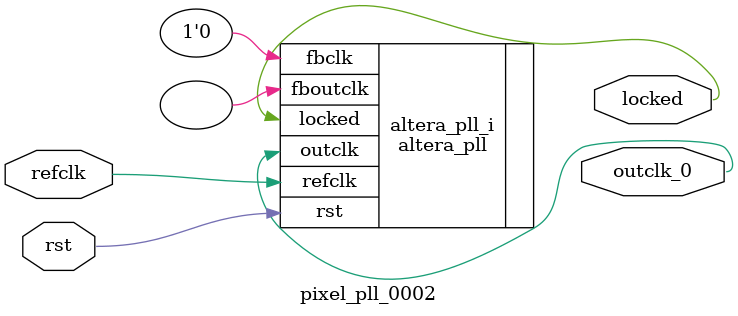
<source format=v>
`timescale 1ns/10ps
module  pixel_pll_0002(

	// interface 'refclk'
	input wire refclk,

	// interface 'reset'
	input wire rst,

	// interface 'outclk0'
	output wire outclk_0,

	// interface 'locked'
	output wire locked
);

	altera_pll #(
		.fractional_vco_multiplier("false"),
		.reference_clock_frequency("50.0 MHz"),
		.operation_mode("direct"),
		.number_of_clocks(1),
		.output_clock_frequency0("25.000000 MHz"),
		.phase_shift0("0 ps"),
		.duty_cycle0(50),
		.output_clock_frequency1("0 MHz"),
		.phase_shift1("0 ps"),
		.duty_cycle1(50),
		.output_clock_frequency2("0 MHz"),
		.phase_shift2("0 ps"),
		.duty_cycle2(50),
		.output_clock_frequency3("0 MHz"),
		.phase_shift3("0 ps"),
		.duty_cycle3(50),
		.output_clock_frequency4("0 MHz"),
		.phase_shift4("0 ps"),
		.duty_cycle4(50),
		.output_clock_frequency5("0 MHz"),
		.phase_shift5("0 ps"),
		.duty_cycle5(50),
		.output_clock_frequency6("0 MHz"),
		.phase_shift6("0 ps"),
		.duty_cycle6(50),
		.output_clock_frequency7("0 MHz"),
		.phase_shift7("0 ps"),
		.duty_cycle7(50),
		.output_clock_frequency8("0 MHz"),
		.phase_shift8("0 ps"),
		.duty_cycle8(50),
		.output_clock_frequency9("0 MHz"),
		.phase_shift9("0 ps"),
		.duty_cycle9(50),
		.output_clock_frequency10("0 MHz"),
		.phase_shift10("0 ps"),
		.duty_cycle10(50),
		.output_clock_frequency11("0 MHz"),
		.phase_shift11("0 ps"),
		.duty_cycle11(50),
		.output_clock_frequency12("0 MHz"),
		.phase_shift12("0 ps"),
		.duty_cycle12(50),
		.output_clock_frequency13("0 MHz"),
		.phase_shift13("0 ps"),
		.duty_cycle13(50),
		.output_clock_frequency14("0 MHz"),
		.phase_shift14("0 ps"),
		.duty_cycle14(50),
		.output_clock_frequency15("0 MHz"),
		.phase_shift15("0 ps"),
		.duty_cycle15(50),
		.output_clock_frequency16("0 MHz"),
		.phase_shift16("0 ps"),
		.duty_cycle16(50),
		.output_clock_frequency17("0 MHz"),
		.phase_shift17("0 ps"),
		.duty_cycle17(50),
		.pll_type("General"),
		.pll_subtype("General")
	) altera_pll_i (
		.rst	(rst),
		.outclk	({outclk_0}),
		.locked	(locked),
		.fboutclk	( ),
		.fbclk	(1'b0),
		.refclk	(refclk)
	);
endmodule


</source>
